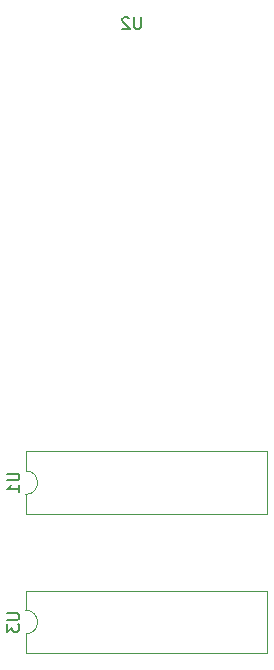
<source format=gbr>
%TF.GenerationSoftware,KiCad,Pcbnew,6.0.9-8da3e8f707~117~ubuntu22.04.1*%
%TF.CreationDate,2022-12-27T22:22:47-06:00*%
%TF.ProjectId,macropad2,6d616372-6f70-4616-9432-2e6b69636164,rev?*%
%TF.SameCoordinates,Original*%
%TF.FileFunction,Legend,Bot*%
%TF.FilePolarity,Positive*%
%FSLAX46Y46*%
G04 Gerber Fmt 4.6, Leading zero omitted, Abs format (unit mm)*
G04 Created by KiCad (PCBNEW 6.0.9-8da3e8f707~117~ubuntu22.04.1) date 2022-12-27 22:22:47*
%MOMM*%
%LPD*%
G01*
G04 APERTURE LIST*
%ADD10C,0.150000*%
%ADD11C,0.120000*%
G04 APERTURE END LIST*
D10*
%TO.C,U3*%
X83847380Y-91248095D02*
X84656904Y-91248095D01*
X84752142Y-91295714D01*
X84799761Y-91343333D01*
X84847380Y-91438571D01*
X84847380Y-91629047D01*
X84799761Y-91724285D01*
X84752142Y-91771904D01*
X84656904Y-91819523D01*
X83847380Y-91819523D01*
X83847380Y-92200476D02*
X83847380Y-92819523D01*
X84228333Y-92486190D01*
X84228333Y-92629047D01*
X84275952Y-92724285D01*
X84323571Y-92771904D01*
X84418809Y-92819523D01*
X84656904Y-92819523D01*
X84752142Y-92771904D01*
X84799761Y-92724285D01*
X84847380Y-92629047D01*
X84847380Y-92343333D01*
X84799761Y-92248095D01*
X84752142Y-92200476D01*
%TO.C,U2*%
X95141904Y-40782380D02*
X95141904Y-41591904D01*
X95094285Y-41687142D01*
X95046666Y-41734761D01*
X94951428Y-41782380D01*
X94760952Y-41782380D01*
X94665714Y-41734761D01*
X94618095Y-41687142D01*
X94570476Y-41591904D01*
X94570476Y-40782380D01*
X94141904Y-40877619D02*
X94094285Y-40830000D01*
X93999047Y-40782380D01*
X93760952Y-40782380D01*
X93665714Y-40830000D01*
X93618095Y-40877619D01*
X93570476Y-40972857D01*
X93570476Y-41068095D01*
X93618095Y-41210952D01*
X94189523Y-41782380D01*
X93570476Y-41782380D01*
%TO.C,U1*%
X83847380Y-79448095D02*
X84656904Y-79448095D01*
X84752142Y-79495714D01*
X84799761Y-79543333D01*
X84847380Y-79638571D01*
X84847380Y-79829047D01*
X84799761Y-79924285D01*
X84752142Y-79971904D01*
X84656904Y-80019523D01*
X83847380Y-80019523D01*
X84847380Y-81019523D02*
X84847380Y-80448095D01*
X84847380Y-80733809D02*
X83847380Y-80733809D01*
X83990238Y-80638571D01*
X84085476Y-80543333D01*
X84133095Y-80448095D01*
D11*
%TO.C,U3*%
X85395000Y-94660000D02*
X85395000Y-93010000D01*
X85395000Y-89360000D02*
X105835000Y-89360000D01*
X105835000Y-94660000D02*
X85395000Y-94660000D01*
X105835000Y-89360000D02*
X105835000Y-94660000D01*
X85395000Y-91010000D02*
X85395000Y-89360000D01*
X85395000Y-93010000D02*
G75*
G03*
X85395000Y-91010000I0J1000000D01*
G01*
%TO.C,U1*%
X85395000Y-81210000D02*
G75*
G03*
X85395000Y-79210000I0J1000000D01*
G01*
X85395000Y-79210000D02*
X85395000Y-77560000D01*
X105835000Y-77560000D02*
X105835000Y-82860000D01*
X105835000Y-82860000D02*
X85395000Y-82860000D01*
X85395000Y-77560000D02*
X105835000Y-77560000D01*
X85395000Y-82860000D02*
X85395000Y-81210000D01*
%TD*%
M02*

</source>
